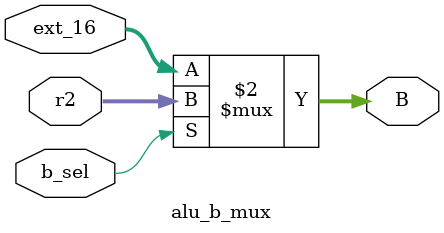
<source format=v>
module alu_b_mux(b_sel, ext_16, r2,B);
input b_sel;
input [15:0] ext_16;
input [15:0] r2;
output[15:0] B;

assign B=(b_sel==0)?ext_16:r2;


endmodule 

</source>
